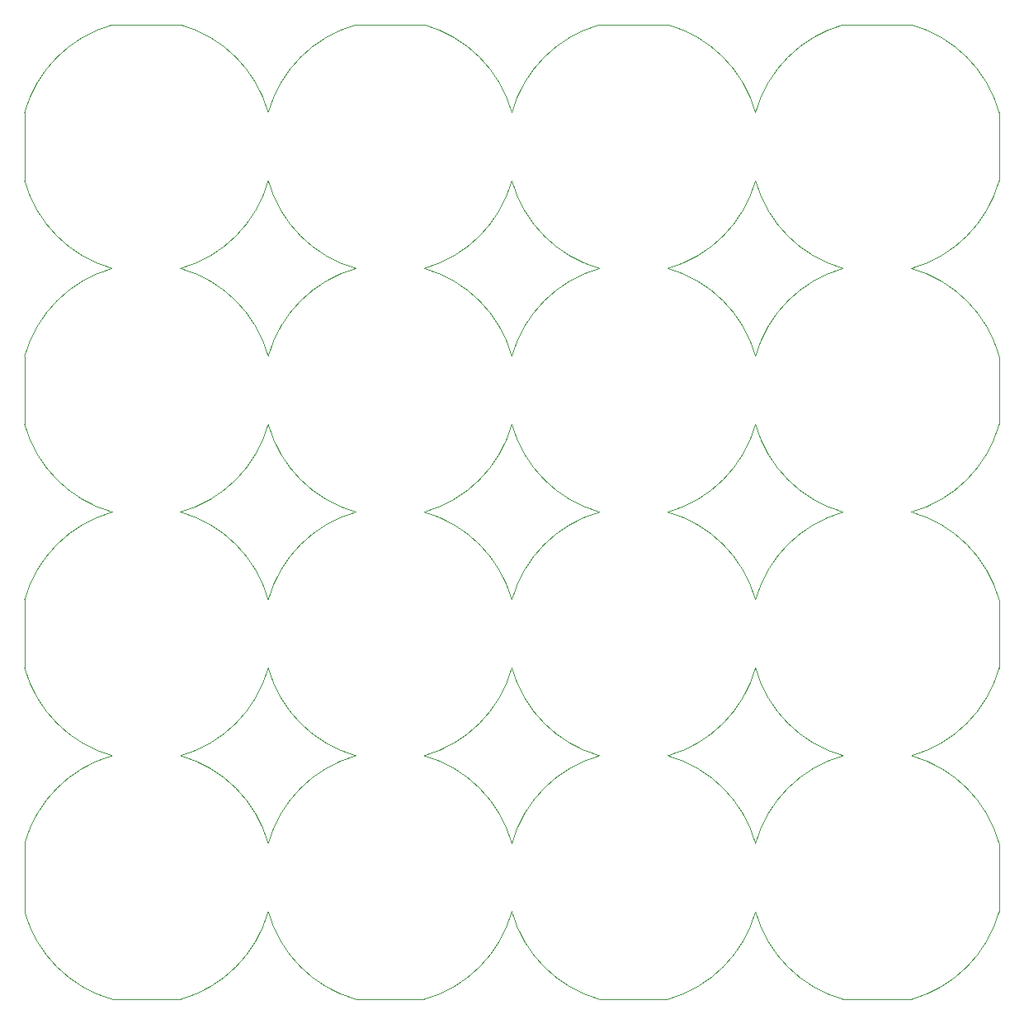
<source format=gbr>
%TF.GenerationSoftware,KiCad,Pcbnew,(5.1.9)-1*%
%TF.CreationDate,2021-10-29T14:51:53+02:00*%
%TF.ProjectId,Smartmeter_IR_ReaderOnly_V12_multi,536d6172-746d-4657-9465-725f49525f52,rev?*%
%TF.SameCoordinates,Original*%
%TF.FileFunction,Profile,NP*%
%FSLAX46Y46*%
G04 Gerber Fmt 4.6, Leading zero omitted, Abs format (unit mm)*
G04 Created by KiCad (PCBNEW (5.1.9)-1) date 2021-10-29 14:51:53*
%MOMM*%
%LPD*%
G01*
G04 APERTURE LIST*
%TA.AperFunction,Profile*%
%ADD10C,0.050000*%
%TD*%
G04 APERTURE END LIST*
D10*
X141500000Y-142499999D02*
G75*
G02*
X132500001Y-133499999I3500000J12499999D01*
G01*
X148499999Y-142499999D02*
X141500000Y-142500000D01*
X57500001Y-126500000D02*
G75*
G02*
X66500001Y-117500001I12499999J-3500000D01*
G01*
X82499999Y-133500000D02*
G75*
G02*
X73499999Y-142499999I-12499999J3500000D01*
G01*
X132500001Y-126500000D02*
G75*
G02*
X141500001Y-117500001I12499999J-3500000D01*
G01*
X73499999Y-142499999D02*
X66500000Y-142500000D01*
X107499999Y-133500000D02*
G75*
G02*
X98499999Y-142499999I-12499999J3500000D01*
G01*
X73500000Y-117500001D02*
G75*
G02*
X82499999Y-126500001I-3500000J-12499999D01*
G01*
X148500000Y-117500001D02*
G75*
G02*
X157499999Y-126500001I-3500000J-12499999D01*
G01*
X123500000Y-117500001D02*
G75*
G02*
X132499999Y-126500001I-3500000J-12499999D01*
G01*
X116500000Y-142499999D02*
G75*
G02*
X107500001Y-133499999I3500000J12499999D01*
G01*
X123499999Y-142499999D02*
X116500000Y-142500000D01*
X82500001Y-126500000D02*
G75*
G02*
X91500001Y-117500001I12499999J-3500000D01*
G01*
X132499999Y-133500000D02*
G75*
G02*
X123499999Y-142499999I-12499999J3500000D01*
G01*
X57500001Y-133499999D02*
X57500000Y-126500000D01*
X107500001Y-126500000D02*
G75*
G02*
X116500001Y-117500001I12499999J-3500000D01*
G01*
X157499999Y-126500001D02*
X157500000Y-133500000D01*
X157499999Y-133500000D02*
G75*
G02*
X148499999Y-142499999I-12499999J3500000D01*
G01*
X66500000Y-142499999D02*
G75*
G02*
X57500001Y-133499999I3500000J12499999D01*
G01*
X98499999Y-142499999D02*
X91500000Y-142500000D01*
X98500000Y-117500001D02*
G75*
G02*
X107499999Y-126500001I-3500000J-12499999D01*
G01*
X91500000Y-142499999D02*
G75*
G02*
X82500001Y-133499999I3500000J12499999D01*
G01*
X57500001Y-101500000D02*
G75*
G02*
X66500001Y-92500001I12499999J-3500000D01*
G01*
X82499999Y-108500000D02*
G75*
G02*
X73499999Y-117499999I-12499999J3500000D01*
G01*
X132500001Y-101500000D02*
G75*
G02*
X141500001Y-92500001I12499999J-3500000D01*
G01*
X123500000Y-92500001D02*
G75*
G02*
X132499999Y-101500001I-3500000J-12499999D01*
G01*
X116500000Y-117499999D02*
G75*
G02*
X107500001Y-108499999I3500000J12499999D01*
G01*
X57500001Y-108499999D02*
X57500000Y-101500000D01*
X157499999Y-101500001D02*
X157500000Y-108500000D01*
X66500000Y-117499999D02*
G75*
G02*
X57500001Y-108499999I3500000J12499999D01*
G01*
X98500000Y-92500001D02*
G75*
G02*
X107499999Y-101500001I-3500000J-12499999D01*
G01*
X157499999Y-108500000D02*
G75*
G02*
X148499999Y-117499999I-12499999J3500000D01*
G01*
X107499999Y-108500000D02*
G75*
G02*
X98499999Y-117499999I-12499999J3500000D01*
G01*
X73500000Y-92500001D02*
G75*
G02*
X82499999Y-101500001I-3500000J-12499999D01*
G01*
X82500001Y-101500000D02*
G75*
G02*
X91500001Y-92500001I12499999J-3500000D01*
G01*
X148500000Y-92500001D02*
G75*
G02*
X157499999Y-101500001I-3500000J-12499999D01*
G01*
X91500000Y-117499999D02*
G75*
G02*
X82500001Y-108499999I3500000J12499999D01*
G01*
X132499999Y-108500000D02*
G75*
G02*
X123499999Y-117499999I-12499999J3500000D01*
G01*
X107500001Y-101500000D02*
G75*
G02*
X116500001Y-92500001I12499999J-3500000D01*
G01*
X141500000Y-117499999D02*
G75*
G02*
X132500001Y-108499999I3500000J12499999D01*
G01*
X73500000Y-67500001D02*
G75*
G02*
X82499999Y-76500001I-3500000J-12499999D01*
G01*
X57500001Y-76500000D02*
G75*
G02*
X66500001Y-67500001I12499999J-3500000D01*
G01*
X57500001Y-83499999D02*
X57500000Y-76500000D01*
X66500000Y-92499999D02*
G75*
G02*
X57500001Y-83499999I3500000J12499999D01*
G01*
X82499999Y-83500000D02*
G75*
G02*
X73499999Y-92499999I-12499999J3500000D01*
G01*
X107499999Y-83500000D02*
G75*
G02*
X98499999Y-92499999I-12499999J3500000D01*
G01*
X141500000Y-92499999D02*
G75*
G02*
X132500001Y-83499999I3500000J12499999D01*
G01*
X132500001Y-76500000D02*
G75*
G02*
X141500001Y-67500001I12499999J-3500000D01*
G01*
X98500000Y-67500001D02*
G75*
G02*
X107499999Y-76500001I-3500000J-12499999D01*
G01*
X91500000Y-92499999D02*
G75*
G02*
X82500001Y-83499999I3500000J12499999D01*
G01*
X82500001Y-76500000D02*
G75*
G02*
X91500001Y-67500001I12499999J-3500000D01*
G01*
X157499999Y-76500001D02*
X157500000Y-83500000D01*
X148500000Y-67500001D02*
G75*
G02*
X157499999Y-76500001I-3500000J-12499999D01*
G01*
X157499999Y-83500000D02*
G75*
G02*
X148499999Y-92499999I-12499999J3500000D01*
G01*
X107500001Y-76500000D02*
G75*
G02*
X116500001Y-67500001I12499999J-3500000D01*
G01*
X123500000Y-67500001D02*
G75*
G02*
X132499999Y-76500001I-3500000J-12499999D01*
G01*
X116500000Y-92499999D02*
G75*
G02*
X107500001Y-83499999I3500000J12499999D01*
G01*
X132499999Y-83500000D02*
G75*
G02*
X123499999Y-92499999I-12499999J3500000D01*
G01*
X132500001Y-51500000D02*
G75*
G02*
X141500001Y-42500001I12499999J-3500000D01*
G01*
X157499999Y-51500001D02*
X157500000Y-58500000D01*
X148500000Y-42500001D02*
G75*
G02*
X157499999Y-51500001I-3500000J-12499999D01*
G01*
X141500000Y-67499999D02*
G75*
G02*
X132500001Y-58499999I3500000J12499999D01*
G01*
X148500000Y-42500001D02*
X141500000Y-42500000D01*
X157499999Y-58500000D02*
G75*
G02*
X148499999Y-67499999I-12499999J3500000D01*
G01*
X132499999Y-58500000D02*
G75*
G02*
X123499999Y-67499999I-12499999J3500000D01*
G01*
X123500000Y-42500001D02*
X116500000Y-42500000D01*
X123500000Y-42500001D02*
G75*
G02*
X132499999Y-51500001I-3500000J-12499999D01*
G01*
X116500000Y-67499999D02*
G75*
G02*
X107500001Y-58499999I3500000J12499999D01*
G01*
X107500001Y-51500000D02*
G75*
G02*
X116500001Y-42500001I12499999J-3500000D01*
G01*
X98500000Y-42500001D02*
G75*
G02*
X107499999Y-51500001I-3500000J-12499999D01*
G01*
X82500001Y-51500000D02*
G75*
G02*
X91500001Y-42500001I12499999J-3500000D01*
G01*
X91500000Y-67499999D02*
G75*
G02*
X82500001Y-58499999I3500000J12499999D01*
G01*
X107499999Y-58500000D02*
G75*
G02*
X98499999Y-67499999I-12499999J3500000D01*
G01*
X98500000Y-42500001D02*
X91500000Y-42500000D01*
X57500001Y-51500000D02*
G75*
G02*
X66500001Y-42500001I12499999J-3500000D01*
G01*
X57500001Y-58499999D02*
X57500000Y-51500000D01*
X66500000Y-67499999D02*
G75*
G02*
X57500001Y-58499999I3500000J12499999D01*
G01*
X82499999Y-58500000D02*
G75*
G02*
X73499999Y-67499999I-12499999J3500000D01*
G01*
X73500000Y-42500001D02*
X66500000Y-42500000D01*
X73500000Y-42500001D02*
G75*
G02*
X82499999Y-51500001I-3500000J-12499999D01*
G01*
M02*

</source>
